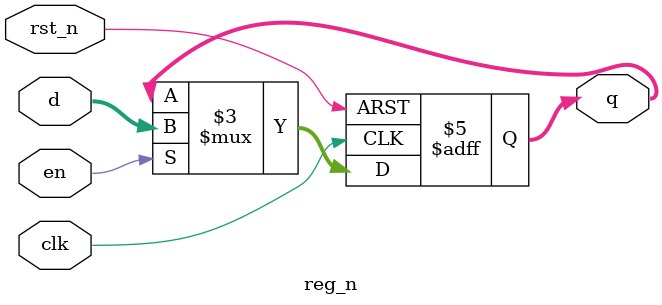
<source format=sv>
module reg_n #(parameter WIDTH=8) (input logic clk,
                                   input logic rst_n,
                                   input logic en,
                                   input logic [WIDTH-1:0] d,
                                   output logic [WIDTH-1:0] q);
  always_ff @(posedge clk or negedge rst_n) begin
    if(!rst_n)
      q<='0;
    else if(en)
      q<=d;
  end
endmodule

</source>
